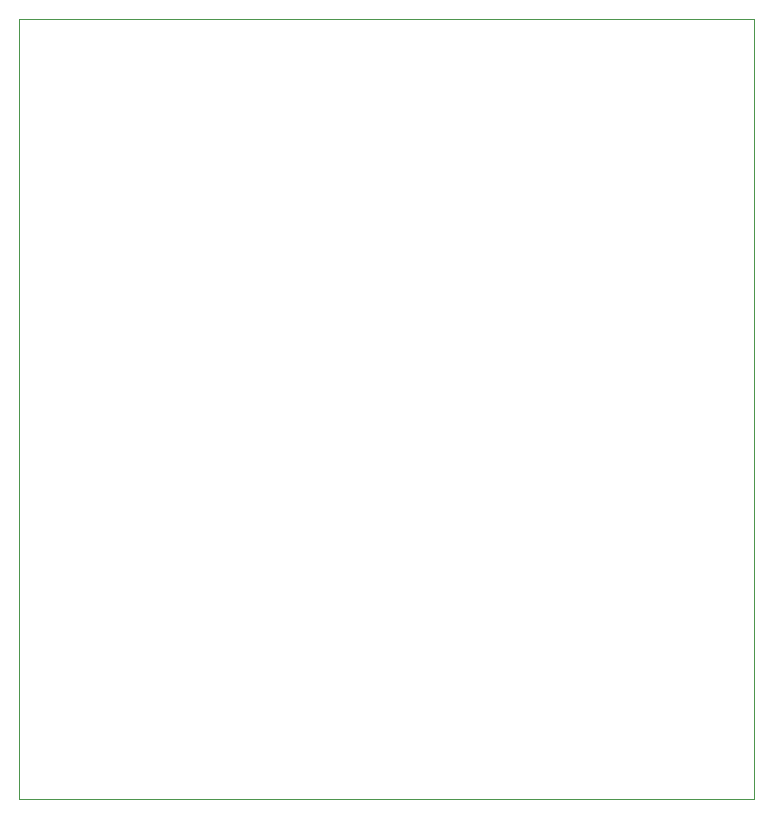
<source format=gbr>
G04 #@! TF.GenerationSoftware,KiCad,Pcbnew,5.99.0-unknown-c3175b4~86~ubuntu16.04.1*
G04 #@! TF.CreationDate,2019-11-29T18:47:54-05:00*
G04 #@! TF.ProjectId,sketchy,736b6574-6368-4792-9e6b-696361645f70,rev?*
G04 #@! TF.SameCoordinates,Original*
G04 #@! TF.FileFunction,Profile,NP*
%FSLAX46Y46*%
G04 Gerber Fmt 4.6, Leading zero omitted, Abs format (unit mm)*
G04 Created by KiCad (PCBNEW 5.99.0-unknown-c3175b4~86~ubuntu16.04.1) date 2019-11-29 18:47:54*
%MOMM*%
%LPD*%
G04 APERTURE LIST*
%ADD10C,0.050000*%
G04 APERTURE END LIST*
D10*
X191770000Y-95250000D02*
X129540000Y-95250000D01*
X191770000Y-161290000D02*
X191770000Y-95250000D01*
X129540000Y-161290000D02*
X191770000Y-161290000D01*
X129540000Y-95250000D02*
X129540000Y-161290000D01*
M02*

</source>
